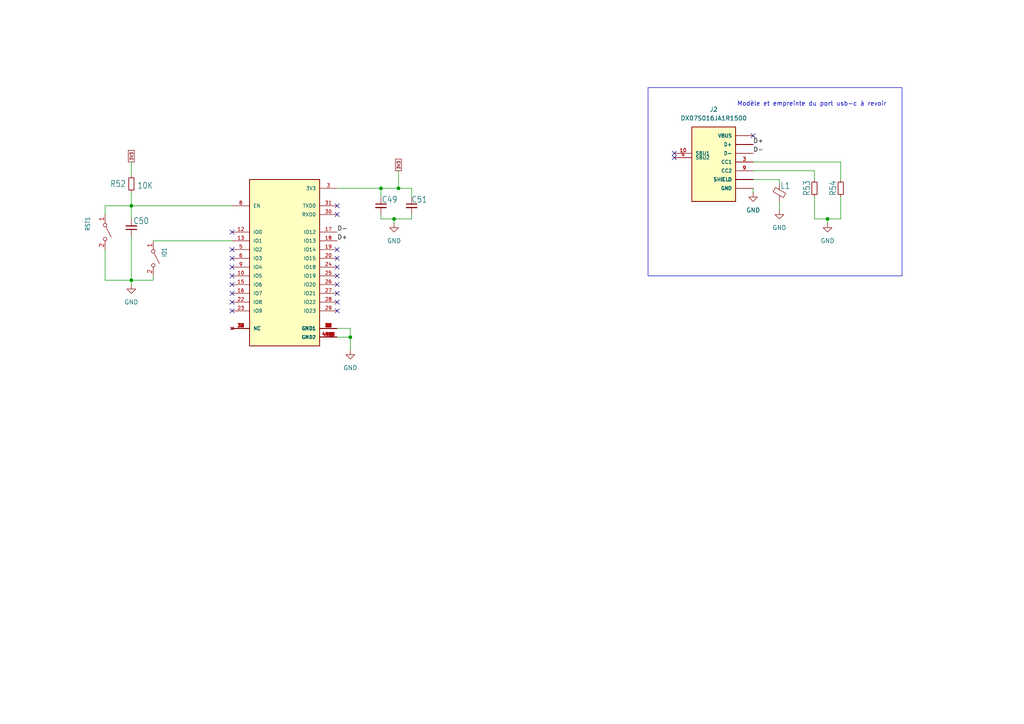
<source format=kicad_sch>
(kicad_sch (version 20231120) (generator "eeschema") (generator_version "8.0")
  (paper "A4")
  (lib_symbols
    (symbol "Device:C_Small" (pin_numbers hide) (pin_names (offset 0.254) hide)
      (property "Reference" "C" (at 0.254 1.778 0))
      (property "Value" "C_Small" (at 0.254 -2.032 0))
      (symbol "C_Small_0_1"
        (polyline (pts (xy -1.524 -0.508) (xy 1.524 -0.508)) (stroke (width 0.3302)))
        (polyline (pts (xy -1.524 0.508) (xy 1.524 0.508)) (stroke (width 0.3048)))
      )
      (symbol "C_Small_1_1"
        (pin passive line (at 0 2.54 270) (length 2.032) (name "~") (number "1"))
        (pin passive line (at 0 -2.54 90) (length 2.032) (name "~") (number "2"))
      )
    )
    (symbol "Device:FerriteBead_Small" (pin_numbers hide) (pin_names (offset 0))
      (property "Reference" "FB" (at 1.905 1.27 0))
      (property "Value" "FerriteBead_Small" (at 1.905 -1.27 0))
      (symbol "FerriteBead_Small_0_1"
        (polyline (pts (xy 0 -1.27) (xy 0 -0.7874)))
        (polyline (pts (xy 0 0.889) (xy 0 1.2954)))
        (polyline (pts (xy -1.8288 0.2794) (xy -1.1176 1.4986) (xy 1.8288 -0.2032) (xy 1.1176 -1.4224) (xy -1.8288 0.2794)))
      )
      (symbol "FerriteBead_Small_1_1"
        (pin passive line (at 0 2.54 270) (length 1.27) (name "~") (number "1"))
        (pin passive line (at 0 -2.54 90) (length 1.27) (name "~") (number "2"))
      )
    )
    (symbol "Device:R_Small" (pin_numbers hide) (pin_names (offset 0.254) hide)
      (property "Reference" "R" (at 0.762 0.508 0))
      (property "Value" "R_Small" (at 0.762 -1.016 0))
      (symbol "R_Small_0_1"
        (rectangle (start -0.762 1.778) (end 0.762 -1.778) (stroke (width 0.2032)))
      )
      (symbol "R_Small_1_1"
        (pin passive line (at 0 2.54 270) (length 0.762) (name "~") (number "1"))
        (pin passive line (at 0 -2.54 90) (length 0.762) (name "~") (number "2"))
      )
    )
    (symbol "Enerwize:ESP32-C6-MINI-1-N4" (pin_names (offset 1.016))
      (property "Reference" "U" (at -10.16 23.622 0))
      (property "Value" "ESP32-C6-MINI-1-N4" (at -10.16 -27.94 0))
      (symbol "ESP32-C6-MINI-1-N4_0_0"
        (rectangle (start -10.16 22.86) (end 10.16 -25.4) (stroke (width 0.254)) (fill (type background)))
        (pin power_in line (at 15.24 -20.32 180) (length 5.08) (name "GND1") (number "1"))
        (pin bidirectional line (at -15.24 -5.08 0) (length 5.08) (name "IO5") (number "10"))
        (pin power_in line (at 15.24 -20.32 180) (length 5.08) (name "GND1") (number "11"))
        (pin bidirectional line (at -15.24 7.62 0) (length 5.08) (name "IO0") (number "12"))
        (pin bidirectional line (at -15.24 5.08 0) (length 5.08) (name "IO1") (number "13"))
        (pin power_in line (at 15.24 -20.32 180) (length 5.08) (name "GND1") (number "14"))
        (pin bidirectional line (at -15.24 -7.62 0) (length 5.08) (name "IO6") (number "15"))
        (pin bidirectional line (at -15.24 -10.16 0) (length 5.08) (name "IO7") (number "16"))
        (pin bidirectional line (at 15.24 7.62 180) (length 5.08) (name "IO12") (number "17"))
        (pin bidirectional line (at 15.24 5.08 180) (length 5.08) (name "IO13") (number "18"))
        (pin bidirectional line (at 15.24 2.54 180) (length 5.08) (name "IO14") (number "19"))
        (pin power_in line (at 15.24 -20.32 180) (length 5.08) (name "GND1") (number "2"))
        (pin bidirectional line (at 15.24 0 180) (length 5.08) (name "IO15") (number "20"))
        (pin no_connect line (at -15.24 -20.32 0) (length 5.08) (name "NC") (number "21"))
        (pin bidirectional line (at -15.24 -12.7 0) (length 5.08) (name "IO8") (number "22"))
        (pin bidirectional line (at -15.24 -15.24 0) (length 5.08) (name "IO9") (number "23"))
        (pin bidirectional line (at 15.24 -2.54 180) (length 5.08) (name "IO18") (number "24"))
        (pin bidirectional line (at 15.24 -5.08 180) (length 5.08) (name "IO19") (number "25"))
        (pin bidirectional line (at 15.24 -7.62 180) (length 5.08) (name "IO20") (number "26"))
        (pin bidirectional line (at 15.24 -10.16 180) (length 5.08) (name "IO21") (number "27"))
        (pin bidirectional line (at 15.24 -12.7 180) (length 5.08) (name "IO22") (number "28"))
        (pin bidirectional line (at 15.24 -15.24 180) (length 5.08) (name "IO23") (number "29"))
        (pin power_in line (at 15.24 20.32 180) (length 5.08) (name "3V3") (number "3"))
        (pin bidirectional line (at 15.24 12.7 180) (length 5.08) (name "RXD0") (number "30"))
        (pin bidirectional line (at 15.24 15.24 180) (length 5.08) (name "TXD0") (number "31"))
        (pin no_connect line (at -15.24 -20.32 0) (length 5.08) (name "NC") (number "32"))
        (pin no_connect line (at -15.24 -20.32 0) (length 5.08) (name "NC") (number "33"))
        (pin no_connect line (at -15.24 -20.32 0) (length 5.08) (name "NC") (number "34"))
        (pin no_connect line (at -15.24 -20.32 0) (length 5.08) (name "NC") (number "35"))
        (pin power_in line (at 15.24 -20.32 180) (length 5.08) (name "GND1") (number "36"))
        (pin power_in line (at 15.24 -20.32 180) (length 5.08) (name "GND1") (number "37"))
        (pin power_in line (at 15.24 -20.32 180) (length 5.08) (name "GND1") (number "38"))
        (pin power_in line (at 15.24 -20.32 180) (length 5.08) (name "GND1") (number "39"))
        (pin no_connect line (at -15.24 -20.32 0) (length 5.08) (name "NC") (number "4"))
        (pin power_in line (at 15.24 -20.32 180) (length 5.08) (name "GND1") (number "40"))
        (pin power_in line (at 15.24 -20.32 180) (length 5.08) (name "GND1") (number "41"))
        (pin power_in line (at 15.24 -20.32 180) (length 5.08) (name "GND1") (number "42"))
        (pin power_in line (at 15.24 -20.32 180) (length 5.08) (name "GND1") (number "43"))
        (pin power_in line (at 15.24 -20.32 180) (length 5.08) (name "GND1") (number "44"))
        (pin power_in line (at 15.24 -20.32 180) (length 5.08) (name "GND1") (number "45"))
        (pin power_in line (at 15.24 -20.32 180) (length 5.08) (name "GND1") (number "46"))
        (pin power_in line (at 15.24 -22.86 180) (length 5.08) (name "GND2") (number "47"))
        (pin power_in line (at 15.24 -22.86 180) (length 5.08) (name "GND2") (number "48"))
        (pin power_in line (at 15.24 -22.86 180) (length 5.08) (name "GND2") (number "49_1"))
        (pin power_in line (at 15.24 -22.86 180) (length 5.08) (name "GND2") (number "49_2"))
        (pin power_in line (at 15.24 -22.86 180) (length 5.08) (name "GND2") (number "49_3"))
        (pin power_in line (at 15.24 -22.86 180) (length 5.08) (name "GND2") (number "49_4"))
        (pin power_in line (at 15.24 -22.86 180) (length 5.08) (name "GND2") (number "49_5"))
        (pin power_in line (at 15.24 -22.86 180) (length 5.08) (name "GND2") (number "49_6"))
        (pin power_in line (at 15.24 -22.86 180) (length 5.08) (name "GND2") (number "49_7"))
        (pin power_in line (at 15.24 -22.86 180) (length 5.08) (name "GND2") (number "49_8"))
        (pin power_in line (at 15.24 -22.86 180) (length 5.08) (name "GND2") (number "49_9"))
        (pin bidirectional line (at -15.24 2.54 0) (length 5.08) (name "IO2") (number "5"))
        (pin power_in line (at 15.24 -22.86 180) (length 5.08) (name "GND2") (number "50"))
        (pin power_in line (at 15.24 -22.86 180) (length 5.08) (name "GND2") (number "51"))
        (pin power_in line (at 15.24 -22.86 180) (length 5.08) (name "GND2") (number "52"))
        (pin power_in line (at 15.24 -22.86 180) (length 5.08) (name "GND2") (number "53"))
        (pin bidirectional line (at -15.24 0 0) (length 5.08) (name "IO3") (number "6"))
        (pin no_connect line (at -15.24 -20.32 0) (length 5.08) (name "NC") (number "7"))
        (pin input line (at -15.24 15.24 0) (length 5.08) (name "EN") (number "8"))
        (pin bidirectional line (at -15.24 -2.54 0) (length 5.08) (name "IO4") (number "9"))
      )
    )
    (symbol "Enerwize:USB Type C SMT" (pin_names (offset 1.016))
      (property "Reference" "J" (at -1.27 12.7 0))
      (property "Value" "DX07S016JA1R1500" (at -5.08 -12.7 0))
      (symbol "USB Type C SMT_0_0"
        (rectangle (start -2.54 11.43) (end 10.16 -10.16) (stroke (width 0.254)) (fill (type background)))
        (pin power_in line (at 15.24 -6.35 180) (length 5.08) (name "GND") (number "1"))
        (pin power_in line (at 15.24 8.89 180) (length 5.08) (name "VBUS") (number "2"))
        (pin passive line (at 15.24 1.27 180) (length 5.08) (name "CC1") (number "3"))
        (pin passive line (at 15.24 3.81 180) (length 5.08) (name "D-") (number "5"))
        (pin passive line (at 15.24 6.35 180) (length 5.08) (name "D+") (number "6"))
      )
      (symbol "USB Type C SMT_1_0"
        (pin passive line (at -7.62 3.81 0) (length 5.08) (name "SBU1") (number "10"))
        (pin power_in line (at 15.24 8.89 180) (length 5.08) (name "VBUS") (number "11"))
        (pin power_in line (at 15.24 -6.35 180) (length 5.08) (name "GND") (number "12"))
        (pin passive line (at -7.62 2.54 0) (length 5.08) (name "SBU2") (number "4"))
        (pin passive line (at 15.24 3.81 180) (length 5.08) (name "D-") (number "7"))
        (pin passive line (at 15.24 6.35 180) (length 5.08) (name "D+") (number "8"))
        (pin passive line (at 15.24 -1.27 180) (length 5.08) (name "CC2") (number "9"))
        (pin passive line (at 15.24 -3.81 180) (length 5.08) (name "SHIELD") (number "S1"))
        (pin passive line (at 15.24 -3.81 180) (length 5.08) (name "SHIELD") (number "S2"))
        (pin passive line (at 15.24 -3.81 180) (length 5.08) (name "SHIELD") (number "S3"))
        (pin passive line (at 15.24 -3.81 180) (length 5.08) (name "SHIELD") (number "S4"))
        (pin passive line (at 15.24 -3.81 180) (length 5.08) (name "SHIELD") (number "S5"))
        (pin passive line (at 15.24 -3.81 180) (length 5.08) (name "SHIELD") (number "S6"))
      )
    )
    (symbol "Switch:SW_SPST" (pin_names (offset 0) hide)
      (property "Reference" "SW" (at 0 3.175 0))
      (property "Value" "SW_SPST" (at 0 -2.54 0))
      (symbol "SW_SPST_0_0"
        (circle (center -2.032 0) (radius 0.508))
        (polyline (pts (xy -1.524 0.254) (xy 1.524 1.778)))
        (circle (center 2.032 0) (radius 0.508))
      )
      (symbol "SW_SPST_1_1"
        (pin passive line (at -5.08 0 0) (length 2.54) (name "A") (number "1"))
        (pin passive line (at 5.08 0 180) (length 2.54) (name "B") (number "2"))
      )
    )
    (symbol "power:GND" (power) (pin_numbers hide) (pin_names (offset 0) hide)
      (property "Value" "GND" (at 0 -3.81 0))
      (symbol "GND_0_1"
        (polyline (pts (xy 0 0) (xy 0 -1.27) (xy 1.27 -1.27) (xy 0 -2.54) (xy -1.27 -1.27) (xy 0 -1.27)))
      )
      (symbol "GND_1_1"
        (pin power_in line (at 0 0 270) (length 0) (name "~") (number "1"))
      )
    )
  )
  (junction (at 38.1 81.28))
  (junction (at 114.3 63.5))
  (junction (at 110.49 54.61))
  (junction (at 240.03 63.5))
  (junction (at 38.1 59.69))
  (junction (at 115.57 54.61))
  (junction (at 101.6 97.79))
  (no_connect (at 67.31 82.55))
  (no_connect (at 67.31 74.93))
  (no_connect (at 97.79 87.63))
  (no_connect (at 97.79 74.93))
  (no_connect (at 67.31 85.09))
  (no_connect (at 67.31 72.39))
  (no_connect (at 195.58 45.72))
  (no_connect (at 67.31 80.01))
  (no_connect (at 195.58 44.45))
  (no_connect (at 67.31 67.31))
  (no_connect (at 97.79 85.09))
  (no_connect (at 97.79 77.47))
  (no_connect (at 97.79 72.39))
  (no_connect (at 218.44 39.37))
  (no_connect (at 97.79 80.01))
  (no_connect (at 97.79 62.23))
  (no_connect (at 67.31 77.47))
  (no_connect (at 67.31 87.63))
  (no_connect (at 97.79 82.55))
  (no_connect (at 97.79 59.69))
  (no_connect (at 67.31 90.17))
  (no_connect (at 97.79 90.17))
  (wire (pts (xy 236.22 49.53) (xy 219.71 49.53)) (stroke (width 0.1524)))
  (wire (pts (xy 30.48 81.28) (xy 38.1 81.28)) (stroke (width 0.1524)))
  (wire (pts (xy 119.38 63.5) (xy 119.38 62.23)) (stroke (width 0.1524)))
  (wire (pts (xy 101.6 99.06) (xy 101.6 101.6)) (stroke (width 0.1524)))
  (wire (pts (xy 218.44 46.99) (xy 219.71 46.99)))
  (wire (pts (xy 97.79 95.25) (xy 101.6 95.25)))
  (wire (pts (xy 110.49 54.61) (xy 110.49 57.15)) (stroke (width 0.1524)))
  (wire (pts (xy 44.45 81.28) (xy 44.45 80.01)) (stroke (width 0.1524)))
  (wire (pts (xy 110.49 63.5) (xy 110.49 62.23)) (stroke (width 0.1524)))
  (wire (pts (xy 119.38 54.61) (xy 119.38 57.15)) (stroke (width 0.1524)))
  (wire (pts (xy 38.1 48.26) (xy 38.1 50.8)))
  (wire (pts (xy 236.22 57.15) (xy 236.22 59.69)))
  (wire (pts (xy 38.1 59.69) (xy 30.48 59.69)) (stroke (width 0.1524)))
  (wire (pts (xy 38.1 81.28) (xy 38.1 68.58)) (stroke (width 0.1524)))
  (wire (pts (xy 236.22 49.53) (xy 236.22 52.07)) (stroke (width 0.1524)))
  (wire (pts (xy 30.48 81.28) (xy 30.48 72.39)) (stroke (width 0.1524)))
  (wire (pts (xy 226.06 60.96) (xy 226.06 58.42)))
  (wire (pts (xy 115.57 54.61) (xy 119.38 54.61)) (stroke (width 0.1524)))
  (wire (pts (xy 101.6 97.79) (xy 101.6 99.06)))
  (wire (pts (xy 110.49 54.61) (xy 115.57 54.61)) (stroke (width 0.1524)))
  (wire (pts (xy 240.03 64.77) (xy 240.03 63.5)))
  (wire (pts (xy 243.84 59.69) (xy 243.84 63.5)) (stroke (width 0.1524)))
  (wire (pts (xy 110.49 63.5) (xy 114.3 63.5)) (stroke (width 0.1524)))
  (wire (pts (xy 240.03 63.5) (xy 243.84 63.5)) (stroke (width 0.1524)))
  (wire (pts (xy 38.1 58.42) (xy 38.1 59.69)) (stroke (width 0.1524)))
  (wire (pts (xy 67.31 69.85) (xy 44.45 69.85)))
  (wire (pts (xy 115.57 54.61) (xy 115.57 49.53)) (stroke (width 0.1524)))
  (wire (pts (xy 101.6 95.25) (xy 101.6 97.79)))
  (wire (pts (xy 114.3 63.5) (xy 114.3 64.77)) (stroke (width 0.1524)))
  (wire (pts (xy 114.3 63.5) (xy 119.38 63.5)) (stroke (width 0.1524)))
  (wire (pts (xy 97.79 97.79) (xy 101.6 97.79)))
  (wire (pts (xy 226.06 52.07) (xy 226.06 53.34)))
  (wire (pts (xy 218.44 52.07) (xy 226.06 52.07)))
  (wire (pts (xy 30.48 62.23) (xy 30.48 59.69)) (stroke (width 0.1524)))
  (wire (pts (xy 38.1 59.69) (xy 67.31 59.69)) (stroke (width 0.1524)))
  (wire (pts (xy 38.1 81.28) (xy 44.45 81.28)) (stroke (width 0.1524)))
  (wire (pts (xy 236.22 63.5) (xy 236.22 59.69)) (stroke (width 0.1524)))
  (wire (pts (xy 243.84 57.15) (xy 243.84 59.69)))
  (wire (pts (xy 38.1 46.99) (xy 38.1 48.26)) (stroke (width 0.1524)))
  (wire (pts (xy 236.22 63.5) (xy 240.03 63.5)) (stroke (width 0.1524)))
  (wire (pts (xy 243.84 46.99) (xy 219.71 46.99)) (stroke (width 0.1524)))
  (wire (pts (xy 218.44 54.61) (xy 218.44 55.88)))
  (wire (pts (xy 38.1 82.55) (xy 38.1 81.28)))
  (wire (pts (xy 38.1 59.69) (xy 38.1 63.5)) (stroke (width 0.1524)))
  (wire (pts (xy 97.79 54.61) (xy 110.49 54.61)))
  (wire (pts (xy 218.44 49.53) (xy 219.71 49.53)))
  (wire (pts (xy 243.84 46.99) (xy 243.84 52.07)) (stroke (width 0.1524)))
  (wire (pts (xy 38.1 55.88) (xy 38.1 58.42)))
  (rectangle (start 187.96 25.4) (end 261.62 80.01))
  (text "Modèle et empreinte du port usb-c à revoir" (at 235.458 30.226 0) (effects (font (size 1.27 1.27))))
  (label "D+" (at 97.79 69.85 0))
  (label "D-" (at 218.44 44.45 0))
  (label "D+" (at 218.44 41.91 0))
  (label "D-" (at 97.79 67.31 0))
  (global_label "3V3" (shape passive) (at 38.1 46.99 90) (effects (font (size 0.889 0.889))) (property "Intersheetrefs" "${INTERSHEET_REFS}" (effects (hide yes))))
  (global_label "3V3" (shape passive) (at 115.57 49.53 90) (effects (font (size 0.889 0.889))) (property "Intersheetrefs" "${INTERSHEET_REFS}" (effects (hide yes))))
  (symbol (lib_id "Switch:SW_SPST") (at 30.48 67.31 270) (unit 1)
    (property "Reference" "RST1" (at 24.765 62.865 0) (effects (font (size 1.27 1.0795)) (justify left bottom)))
    (property "Value" "B3U-1000P-2P-SMD" (effects (hide yes)))
    (property "Footprint" "Button_Switch_SMD:SW_SPST_B3U-1000P-B" (effects (hide yes)))
    (property "Description" "Single Pole Single Throw (SPST) switch" (effects (hide yes)))
    (property "LCSC Part #" "C498294" (effects (hide yes)))
  )
  (symbol (lib_id "Device:C_Small") (at 110.49 59.69 0) (unit 1)
    (property "Reference" "C49" (at 115.316 56.896 0) (effects (font (size 1.778 1.5113)) (justify right top)))
    (property "Value" "6.3V 22uF X5R ±20%" (effects (hide yes)))
    (property "Footprint" "Capacitor_SMD:C_0603_1608Metric_Pad1.08x0.95mm_HandSolder" (effects (hide yes)))
    (property "Description" "Unpolarized capacitor, small symbol" (effects (hide yes)))
  )
  (symbol (lib_id "Device:FerriteBead_Small") (at 226.06 55.88 0) (unit 1)
    (property "Reference" "L1" (at 226.314 54.864 0) (effects (font (size 1.778 1.5113)) (justify left bottom)))
    (property "Value" "120 Ohms  300mA 25%" (effects (hide yes)))
    (property "Footprint" "Inductor_SMD:L_0603_1608Metric_Pad1.05x0.95mm_HandSolder" (effects (hide yes)))
    (property "Description" "Ferrite bead, small symbol" (effects (hide yes)))
    (property "Manufacturer" "Murata Electronics" (effects (hide yes)))
    (property "Mfg Part #" "BLM18BD121SZ1D" (effects (hide yes)))
    (property "LCSC Part #" "C88965" (effects (hide yes)))
  )
  (symbol (lib_id "Enerwize:ESP32-C6-MINI-1-N4") (at 82.55 74.93 0) (unit 1)
    (property "Reference" "U1" (effects (hide yes)))
    (property "Value" "ESP32-C6-MINI-1-N4" (effects (hide yes)))
    (property "Footprint" "Enerwize:ESP32-C6-MINI-1-N4" (effects (hide yes)))
    (property "Manufacturer" "Espressif" (effects (hide yes)))
    (property "Mfg Part #" "ESP32-C6-MINI-1-N4" (effects (hide yes)))
    (property "LCSC Part #" "C5736265" (effects (hide yes)))
    (property "MF" "Espressif Systems" (effects (hide yes)))
    (property "MAXIMUM_PACKAGE_HEIGHT" "2.55 mm" (effects (hide yes)))
    (property "Package" "SMD-53 Espressif Systems" (effects (hide yes)))
    (property "MP" "ESP32-C6-MINI-1-N4" (effects (hide yes)))
    (property "Description_1" "802.15.4, Bluetooth, WiFi 802.11ax, Bluetooth v5.0, Zigbee® Transceiver Module 2.4GHz Antenna Not Included Surface Mount" (effects (hide yes)))
  )
  (symbol (lib_id "power:GND") (at 240.03 64.77 0) (unit 1)
    (property "Reference" "#PWR031" (effects (hide yes)))
    (property "Value" "GND" (at 240.03 69.85 0))
    (property "Description" "Power symbol creates a global label with name \"GND\" , ground" (effects (hide yes)))
  )
  (symbol (lib_id "Switch:SW_SPST") (at 44.45 74.93 270) (unit 1)
    (property "Reference" "IO1" (at 46.99 71.755 0) (effects (font (size 1.27 1.0795)) (justify left bottom)))
    (property "Value" "B3U-1000P-2P-SMD" (effects (hide yes)))
    (property "Footprint" "Button_Switch_SMD:SW_SPST_B3U-1000P-B" (effects (hide yes)))
    (property "Description" "Single Pole Single Throw (SPST) switch" (effects (hide yes)))
    (property "LCSC Part #" "C498294" (effects (hide yes)))
  )
  (symbol (lib_id "Device:R_Small") (at 236.22 54.61 180) (unit 1)
    (property "Reference" "R53" (at 234.95 56.896 90) (effects (font (size 1.778 1.5113)) (justify right top)))
    (property "Value" "5.1K" (effects (hide yes)))
    (property "Footprint" "Diode_SMD:D_0603_1608Metric_Pad1.05x0.95mm_HandSolder" (effects (hide yes)))
    (property "Description" "Resistor, small symbol" (effects (hide yes)))
    (property "Manufacturer" "UNI-ROYAL" (effects (hide yes)))
    (property "Mfg Part #" "0402WGF5101TCE" (effects (hide yes)))
    (property "LCSC Part #" "C25905" (effects (hide yes)))
  )
  (symbol (lib_id "power:GND") (at 101.6 101.6 0) (unit 1)
    (property "Reference" "#PWR028" (effects (hide yes)))
    (property "Value" "GND" (at 101.6 106.68 0))
    (property "Description" "Power symbol creates a global label with name \"GND\" , ground" (effects (hide yes)))
  )
  (symbol (lib_id "power:GND") (at 114.3 64.77 0) (unit 1)
    (property "Reference" "#PWR030" (effects (hide yes)))
    (property "Value" "GND" (at 114.3 69.85 0))
    (property "Description" "Power symbol creates a global label with name \"GND\" , ground" (effects (hide yes)))
  )
  (symbol (lib_id "power:GND") (at 218.44 55.88 0) (unit 1)
    (property "Reference" "#PWR026" (effects (hide yes)))
    (property "Value" "GND" (at 218.44 60.96 0))
    (property "Description" "Power symbol creates a global label with name \"GND\" , ground" (effects (hide yes)))
  )
  (symbol (lib_id "Device:R_Small") (at 38.1 53.34 0) (unit 1)
    (property "Reference" "R52" (at 36.576 52.324 0) (effects (font (size 1.778 1.5113)) (justify right top)))
    (property "Value" "10K" (at 44.45 52.832 0) (effects (font (size 1.778 1.5113)) (justify right top)))
    (property "Footprint" "Resistor_SMD:R_0603_1608Metric_Pad0.98x0.95mm_HandSolder" (effects (hide yes)))
    (property "Description" "Resistor, small symbol" (effects (hide yes)))
    (property "Manufacturer" "UNI-ROYAL" (effects (hide yes)))
    (property "Mfg Part #" "0402WGF1002TCE" (effects (hide yes)))
    (property "LCSC Part #" "C25744" (effects (hide yes)))
  )
  (symbol (lib_id "Device:R_Small") (at 243.84 54.61 180) (unit 1)
    (property "Reference" "R54" (at 242.57 56.896 90) (effects (font (size 1.778 1.5113)) (justify right top)))
    (property "Value" "5.1K" (effects (hide yes)))
    (property "Footprint" "Diode_SMD:D_0603_1608Metric_Pad1.05x0.95mm_HandSolder" (effects (hide yes)))
    (property "Description" "Resistor, small symbol" (effects (hide yes)))
    (property "Manufacturer" "UNI-ROYAL" (effects (hide yes)))
    (property "Mfg Part #" "0402WGF5101TCE" (effects (hide yes)))
    (property "LCSC Part #" "C25905" (effects (hide yes)))
  )
  (symbol (lib_id "power:GND") (at 38.1 82.55 0) (unit 1)
    (property "Reference" "#PWR027" (effects (hide yes)))
    (property "Value" "GND" (at 38.1 87.63 0))
    (property "Description" "Power symbol creates a global label with name \"GND\" , ground" (effects (hide yes)))
  )
  (symbol (lib_id "Device:C_Small") (at 38.1 66.04 180) (unit 1)
    (property "Reference" "C50" (at 38.608 65.024 0) (effects (font (size 1.778 1.5113)) (justify right top)))
    (property "Value" "6.3V 100nF X7R ±10%" (effects (hide yes)))
    (property "Footprint" "Capacitor_SMD:C_0603_1608Metric_Pad1.08x0.95mm_HandSolder" (effects (hide yes)))
    (property "Description" "Unpolarized capacitor, small symbol" (effects (hide yes)))
    (property "Sim.Device" "C" (effects (hide yes)))
    (property "Sim.Type" "=" (effects (hide yes)))
    (property "Sim.Params" "c=\"25V 1uF X5R ±10%\"" (effects (hide yes)))
    (property "Sim.Pins" "1=+ 2=-" (effects (hide yes)))
  )
  (symbol (lib_id "Enerwize:USB Type C SMT") (at 203.2 48.26 0) (unit 1)
    (property "Reference" "J2" (at 207.01 31.75 0))
    (property "Value" "DX07S016JA1R1500" (at 207.01 34.29 0))
    (property "Footprint" "Enerwize:USB Type C" (effects (hide yes)))
    (property "Description" "USB-C (USB TYPE-C) USB 2.0 Receptacle Connector 24 (16+8 Dummy) Position Surface Mount, Right Angle; Through Hole" (effects (hide yes)))
    (property "MF" "JAE Electronics" (effects (hide yes)))
    (property "MP" "DX07S016JA1R1500" (effects (hide yes)))
  )
  (symbol (lib_id "power:GND") (at 226.06 60.96 0) (unit 1)
    (property "Reference" "#PWR029" (effects (hide yes)))
    (property "Value" "GND" (at 226.06 66.04 0))
    (property "Description" "Power symbol creates a global label with name \"GND\" , ground" (effects (hide yes)))
  )
  (symbol (lib_id "Device:C_Small") (at 119.38 59.69 0) (unit 1)
    (property "Reference" "C51" (at 123.952 56.896 0) (effects (font (size 1.778 1.5113)) (justify right top)))
    (property "Value" "16V 100nF X7R ±10%" (effects (hide yes)))
    (property "Footprint" "Capacitor_SMD:C_0603_1608Metric_Pad1.08x0.95mm_HandSolder" (effects (hide yes)))
    (property "Description" "Unpolarized capacitor, small symbol" (effects (hide yes)))
  )
)
</source>
